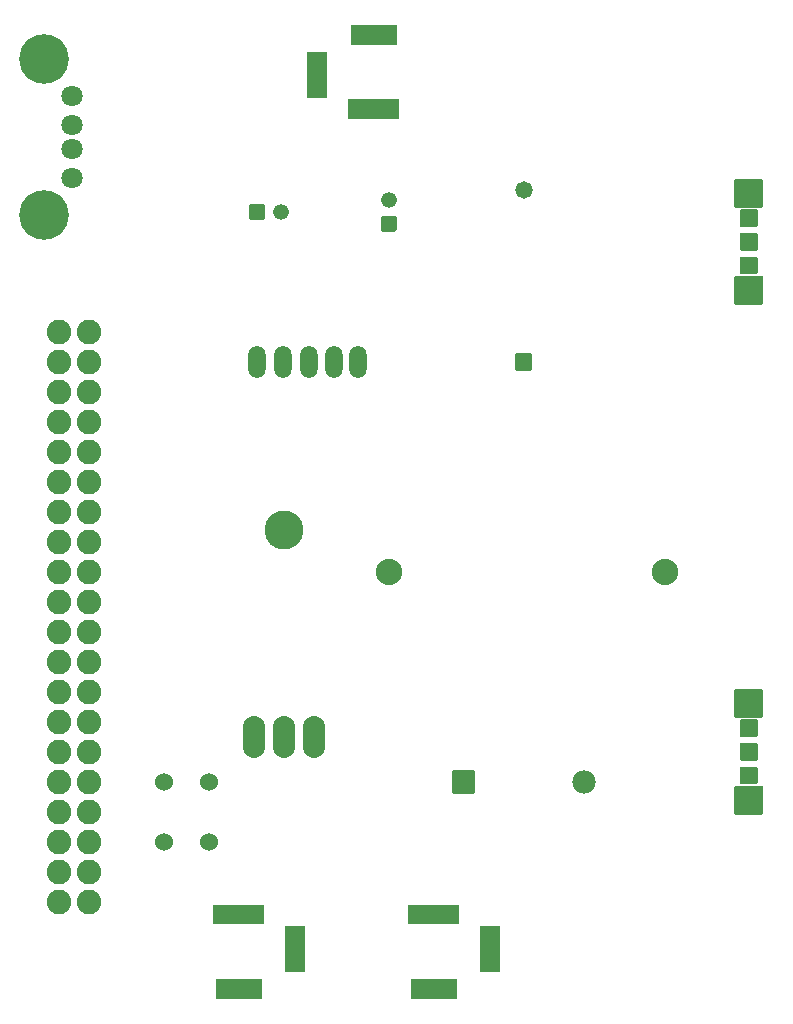
<source format=gbs>
G04 #@! TF.GenerationSoftware,KiCad,Pcbnew,(5.1.10)-1*
G04 #@! TF.CreationDate,2021-11-03T22:51:16-05:00*
G04 #@! TF.ProjectId,Kitty_Cannon_Schematic,4b697474-795f-4436-916e-6e6f6e5f5363,rev?*
G04 #@! TF.SameCoordinates,Original*
G04 #@! TF.FileFunction,Soldermask,Bot*
G04 #@! TF.FilePolarity,Negative*
%FSLAX46Y46*%
G04 Gerber Fmt 4.6, Leading zero omitted, Abs format (unit mm)*
G04 Created by KiCad (PCBNEW (5.1.10)-1) date 2021-11-03 22:51:16*
%MOMM*%
%LPD*%
G01*
G04 APERTURE LIST*
%ADD10C,0.100000*%
%ADD11C,2.082800*%
%ADD12O,1.473200X2.743200*%
%ADD13C,1.473200*%
%ADD14C,1.981200*%
%ADD15C,1.000000*%
%ADD16C,4.203200*%
%ADD17C,1.803200*%
%ADD18C,3.302000*%
%ADD19O,1.879600X3.556000*%
%ADD20C,1.524000*%
%ADD21C,1.323200*%
%ADD22C,2.235200*%
G04 APERTURE END LIST*
D10*
G36*
X149384950Y-70073800D02*
G01*
X145081100Y-70073800D01*
X145081100Y-71763600D01*
X149384950Y-71763600D01*
X149384950Y-70073800D01*
G37*
G36*
X141581050Y-66069000D02*
G01*
X141581050Y-69963550D01*
X143275700Y-69963550D01*
X143275700Y-66069000D01*
X141581050Y-66069000D01*
G37*
G36*
X149181300Y-63763538D02*
G01*
X145281100Y-63763538D01*
X145281100Y-65463600D01*
X149181300Y-65463600D01*
X149181300Y-63763538D01*
G37*
G36*
X133647250Y-139933400D02*
G01*
X137951100Y-139933400D01*
X137951100Y-138243600D01*
X133647250Y-138243600D01*
X133647250Y-139933400D01*
G37*
G36*
X141451150Y-143938200D02*
G01*
X141451150Y-140043650D01*
X139756500Y-140043650D01*
X139756500Y-143938200D01*
X141451150Y-143938200D01*
G37*
G36*
X133850900Y-146243662D02*
G01*
X137751100Y-146243662D01*
X137751100Y-144543600D01*
X133850900Y-144543600D01*
X133850900Y-146243662D01*
G37*
G36*
X150157250Y-139933400D02*
G01*
X154461100Y-139933400D01*
X154461100Y-138243600D01*
X150157250Y-138243600D01*
X150157250Y-139933400D01*
G37*
G36*
X157961150Y-143938200D02*
G01*
X157961150Y-140043650D01*
X156266500Y-140043650D01*
X156266500Y-143938200D01*
X157961150Y-143938200D01*
G37*
G36*
X150360900Y-146243662D02*
G01*
X154261100Y-146243662D01*
X154261100Y-144543600D01*
X150360900Y-144543600D01*
X150360900Y-146243662D01*
G37*
D11*
X120561100Y-138023600D03*
X123101100Y-138023600D03*
X120561100Y-135483600D03*
X123101100Y-135483600D03*
X120561100Y-132943600D03*
X123101100Y-132943600D03*
X120561100Y-130403600D03*
X123101100Y-130403600D03*
X120561100Y-127863600D03*
X123101100Y-127863600D03*
X120561100Y-125323600D03*
X123101100Y-125323600D03*
X120561100Y-122783600D03*
X123101100Y-122783600D03*
X120561100Y-120243600D03*
X123101100Y-120243600D03*
X120561100Y-117703600D03*
X123101100Y-117703600D03*
X120561100Y-115163600D03*
X123101100Y-115163600D03*
X120561100Y-112623600D03*
X123101100Y-112623600D03*
X120561100Y-110083600D03*
X123101100Y-110083600D03*
X120561100Y-107543600D03*
X123101100Y-107543600D03*
X120561100Y-105003600D03*
X123101100Y-105003600D03*
X120561100Y-102463600D03*
X123101100Y-102463600D03*
X120561100Y-99923600D03*
X123101100Y-99923600D03*
X120561100Y-97383600D03*
X123101100Y-97383600D03*
X120561100Y-94843600D03*
X123101100Y-94843600D03*
X120561100Y-92303600D03*
X123101100Y-92303600D03*
X120561100Y-89763600D03*
X123101100Y-89763600D03*
D12*
X145917920Y-92339160D03*
X143865600Y-92313760D03*
X141745100Y-92303600D03*
X139512040Y-92344240D03*
X137320020Y-92293440D03*
D13*
X159931100Y-77774800D03*
G36*
G01*
X160566100Y-93040200D02*
X159296100Y-93040200D01*
G75*
G02*
X159194500Y-92938600I0J101600D01*
G01*
X159194500Y-91668600D01*
G75*
G02*
X159296100Y-91567000I101600J0D01*
G01*
X160566100Y-91567000D01*
G75*
G02*
X160667700Y-91668600I0J-101600D01*
G01*
X160667700Y-92938600D01*
G75*
G02*
X160566100Y-93040200I-101600J0D01*
G01*
G37*
G36*
G01*
X153860500Y-128752600D02*
X153860500Y-126974600D01*
G75*
G02*
X153962100Y-126873000I101600J0D01*
G01*
X155740100Y-126873000D01*
G75*
G02*
X155841700Y-126974600I0J-101600D01*
G01*
X155841700Y-128752600D01*
G75*
G02*
X155740100Y-128854200I-101600J0D01*
G01*
X153962100Y-128854200D01*
G75*
G02*
X153860500Y-128752600I0J101600D01*
G01*
G37*
D14*
X165011100Y-127863600D03*
D15*
X147231100Y-70913600D03*
X142431100Y-68013600D03*
X147231100Y-64613600D03*
X135801100Y-139093600D03*
X140601100Y-141993600D03*
X135801100Y-145393600D03*
X152311100Y-139093600D03*
X157111100Y-141993600D03*
X152311100Y-145393600D03*
D16*
X119291100Y-79823600D03*
X119291100Y-66683600D03*
D17*
X121691100Y-76753600D03*
X121691100Y-74253600D03*
X121691100Y-72253600D03*
X121691100Y-69753600D03*
G36*
G01*
X180106100Y-130650200D02*
X177856100Y-130650200D01*
G75*
G02*
X177754500Y-130548600I0J101600D01*
G01*
X177754500Y-128298600D01*
G75*
G02*
X177856100Y-128197000I101600J0D01*
G01*
X180106100Y-128197000D01*
G75*
G02*
X180207700Y-128298600I0J-101600D01*
G01*
X180207700Y-130548600D01*
G75*
G02*
X180106100Y-130650200I-101600J0D01*
G01*
G37*
G36*
G01*
X180106100Y-122450200D02*
X177856100Y-122450200D01*
G75*
G02*
X177754500Y-122348600I0J101600D01*
G01*
X177754500Y-120098600D01*
G75*
G02*
X177856100Y-119997000I101600J0D01*
G01*
X180106100Y-119997000D01*
G75*
G02*
X180207700Y-120098600I0J-101600D01*
G01*
X180207700Y-122348600D01*
G75*
G02*
X180106100Y-122450200I-101600J0D01*
G01*
G37*
G36*
G01*
X179635100Y-124079200D02*
X178327100Y-124079200D01*
G75*
G02*
X178225500Y-123977600I0J101600D01*
G01*
X178225500Y-122669600D01*
G75*
G02*
X178327100Y-122568000I101600J0D01*
G01*
X179635100Y-122568000D01*
G75*
G02*
X179736700Y-122669600I0J-101600D01*
G01*
X179736700Y-123977600D01*
G75*
G02*
X179635100Y-124079200I-101600J0D01*
G01*
G37*
G36*
G01*
X179635100Y-128079200D02*
X178327100Y-128079200D01*
G75*
G02*
X178225500Y-127977600I0J101600D01*
G01*
X178225500Y-126669600D01*
G75*
G02*
X178327100Y-126568000I101600J0D01*
G01*
X179635100Y-126568000D01*
G75*
G02*
X179736700Y-126669600I0J-101600D01*
G01*
X179736700Y-127977600D01*
G75*
G02*
X179635100Y-128079200I-101600J0D01*
G01*
G37*
G36*
G01*
X179635100Y-126079200D02*
X178327100Y-126079200D01*
G75*
G02*
X178225500Y-125977600I0J101600D01*
G01*
X178225500Y-124669600D01*
G75*
G02*
X178327100Y-124568000I101600J0D01*
G01*
X179635100Y-124568000D01*
G75*
G02*
X179736700Y-124669600I0J-101600D01*
G01*
X179736700Y-125977600D01*
G75*
G02*
X179635100Y-126079200I-101600J0D01*
G01*
G37*
G36*
G01*
X177856100Y-76817000D02*
X180106100Y-76817000D01*
G75*
G02*
X180207700Y-76918600I0J-101600D01*
G01*
X180207700Y-79168600D01*
G75*
G02*
X180106100Y-79270200I-101600J0D01*
G01*
X177856100Y-79270200D01*
G75*
G02*
X177754500Y-79168600I0J101600D01*
G01*
X177754500Y-76918600D01*
G75*
G02*
X177856100Y-76817000I101600J0D01*
G01*
G37*
G36*
G01*
X177856100Y-85017000D02*
X180106100Y-85017000D01*
G75*
G02*
X180207700Y-85118600I0J-101600D01*
G01*
X180207700Y-87368600D01*
G75*
G02*
X180106100Y-87470200I-101600J0D01*
G01*
X177856100Y-87470200D01*
G75*
G02*
X177754500Y-87368600I0J101600D01*
G01*
X177754500Y-85118600D01*
G75*
G02*
X177856100Y-85017000I101600J0D01*
G01*
G37*
G36*
G01*
X178327100Y-83388000D02*
X179635100Y-83388000D01*
G75*
G02*
X179736700Y-83489600I0J-101600D01*
G01*
X179736700Y-84797600D01*
G75*
G02*
X179635100Y-84899200I-101600J0D01*
G01*
X178327100Y-84899200D01*
G75*
G02*
X178225500Y-84797600I0J101600D01*
G01*
X178225500Y-83489600D01*
G75*
G02*
X178327100Y-83388000I101600J0D01*
G01*
G37*
G36*
G01*
X178327100Y-79388000D02*
X179635100Y-79388000D01*
G75*
G02*
X179736700Y-79489600I0J-101600D01*
G01*
X179736700Y-80797600D01*
G75*
G02*
X179635100Y-80899200I-101600J0D01*
G01*
X178327100Y-80899200D01*
G75*
G02*
X178225500Y-80797600I0J101600D01*
G01*
X178225500Y-79489600D01*
G75*
G02*
X178327100Y-79388000I101600J0D01*
G01*
G37*
G36*
G01*
X178327100Y-81388000D02*
X179635100Y-81388000D01*
G75*
G02*
X179736700Y-81489600I0J-101600D01*
G01*
X179736700Y-82797600D01*
G75*
G02*
X179635100Y-82899200I-101600J0D01*
G01*
X178327100Y-82899200D01*
G75*
G02*
X178225500Y-82797600I0J101600D01*
G01*
X178225500Y-81489600D01*
G75*
G02*
X178327100Y-81388000I101600J0D01*
G01*
G37*
D18*
X139611100Y-106527600D03*
D19*
X142151100Y-124053600D03*
X139611100Y-124053600D03*
X137071100Y-124053600D03*
D20*
X129451100Y-132943600D03*
X129451100Y-127863600D03*
X133261100Y-132943600D03*
X133261100Y-127863600D03*
D21*
X139341100Y-79603600D03*
G36*
G01*
X136679500Y-80163601D02*
X136679500Y-79043599D01*
G75*
G02*
X136781099Y-78942000I101599J0D01*
G01*
X137901101Y-78942000D01*
G75*
G02*
X138002700Y-79043599I0J-101599D01*
G01*
X138002700Y-80163601D01*
G75*
G02*
X137901101Y-80265200I-101599J0D01*
G01*
X136781099Y-80265200D01*
G75*
G02*
X136679500Y-80163601I0J101599D01*
G01*
G37*
X148501100Y-78603600D03*
G36*
G01*
X149061101Y-81265200D02*
X147941099Y-81265200D01*
G75*
G02*
X147839500Y-81163601I0J101599D01*
G01*
X147839500Y-80043599D01*
G75*
G02*
X147941099Y-79942000I101599J0D01*
G01*
X149061101Y-79942000D01*
G75*
G02*
X149162700Y-80043599I0J-101599D01*
G01*
X149162700Y-81163601D01*
G75*
G02*
X149061101Y-81265200I-101599J0D01*
G01*
G37*
D22*
X171894500Y-110083600D03*
X148501100Y-110083600D03*
M02*

</source>
